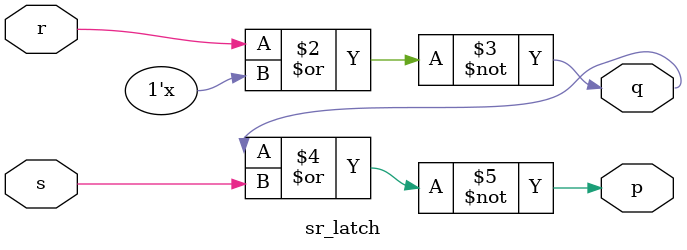
<source format=v>
module sr_latch(q, p, s, r);

   input  s, r;
   output q, p;

   always@(s or r)
	 begin
		q = ~(r | p);
		p = ~(q | s);
	 end

endmodule // sr_latch

</source>
